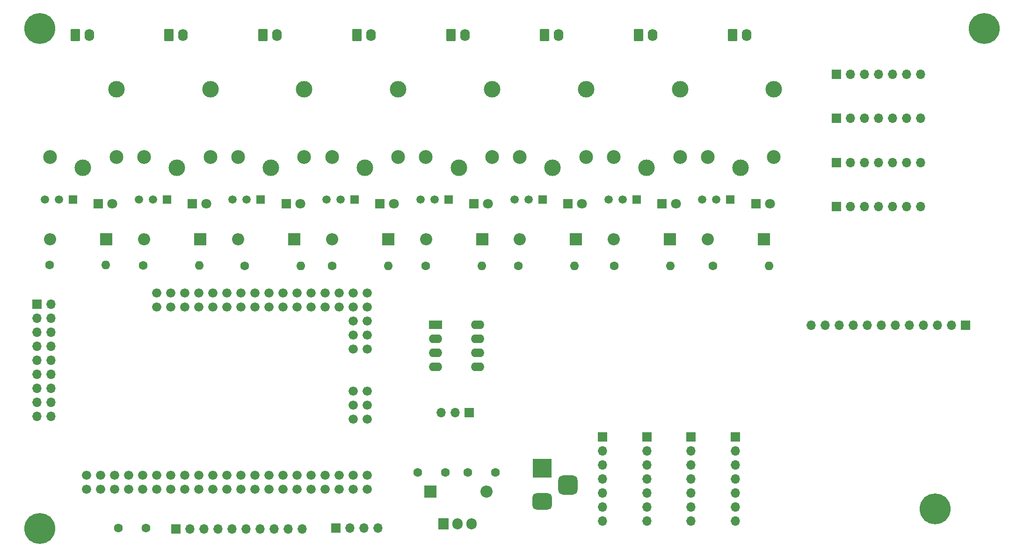
<source format=gbr>
%TF.GenerationSoftware,KiCad,Pcbnew,7.0.2*%
%TF.CreationDate,2023-11-03T08:34:37+00:00*%
%TF.ProjectId,quizbuzzer,7175697a-6275-47a7-9a65-722e6b696361,V0.1.2*%
%TF.SameCoordinates,Original*%
%TF.FileFunction,Soldermask,Bot*%
%TF.FilePolarity,Negative*%
%FSLAX46Y46*%
G04 Gerber Fmt 4.6, Leading zero omitted, Abs format (unit mm)*
G04 Created by KiCad (PCBNEW 7.0.2) date 2023-11-03 08:34:37*
%MOMM*%
%LPD*%
G01*
G04 APERTURE LIST*
G04 Aperture macros list*
%AMRoundRect*
0 Rectangle with rounded corners*
0 $1 Rounding radius*
0 $2 $3 $4 $5 $6 $7 $8 $9 X,Y pos of 4 corners*
0 Add a 4 corners polygon primitive as box body*
4,1,4,$2,$3,$4,$5,$6,$7,$8,$9,$2,$3,0*
0 Add four circle primitives for the rounded corners*
1,1,$1+$1,$2,$3*
1,1,$1+$1,$4,$5*
1,1,$1+$1,$6,$7*
1,1,$1+$1,$8,$9*
0 Add four rect primitives between the rounded corners*
20,1,$1+$1,$2,$3,$4,$5,0*
20,1,$1+$1,$4,$5,$6,$7,0*
20,1,$1+$1,$6,$7,$8,$9,0*
20,1,$1+$1,$8,$9,$2,$3,0*%
G04 Aperture macros list end*
%ADD10R,1.700000X1.700000*%
%ADD11O,1.700000X1.700000*%
%ADD12C,1.600000*%
%ADD13R,2.200000X2.200000*%
%ADD14O,2.200000X2.200000*%
%ADD15R,1.800000X1.800000*%
%ADD16C,1.800000*%
%ADD17R,3.500000X3.500000*%
%ADD18RoundRect,0.750000X1.000000X-0.750000X1.000000X0.750000X-1.000000X0.750000X-1.000000X-0.750000X0*%
%ADD19RoundRect,0.875000X0.875000X-0.875000X0.875000X0.875000X-0.875000X0.875000X-0.875000X-0.875000X0*%
%ADD20RoundRect,0.249999X-0.620001X-0.845001X0.620001X-0.845001X0.620001X0.845001X-0.620001X0.845001X0*%
%ADD21O,1.740000X2.190000*%
%ADD22C,3.000000*%
%ADD23C,2.500000*%
%ADD24R,1.500000X1.500000*%
%ADD25C,1.500000*%
%ADD26O,1.600000X1.600000*%
%ADD27R,1.905000X2.000000*%
%ADD28O,1.905000X2.000000*%
%ADD29C,1.676400*%
%ADD30C,5.600000*%
%ADD31R,2.400000X1.600000*%
%ADD32O,2.400000X1.600000*%
G04 APERTURE END LIST*
D10*
%TO.C,J25*%
X26087000Y-66814000D03*
D11*
X28627000Y-66814000D03*
X26087000Y-69354000D03*
X28627000Y-69354000D03*
X26087000Y-71894000D03*
X28627000Y-71894000D03*
X26087000Y-74434000D03*
X28627000Y-74434000D03*
X26087000Y-76974000D03*
X28627000Y-76974000D03*
X26087000Y-79514000D03*
X28627000Y-79514000D03*
X26087000Y-82054000D03*
X28627000Y-82054000D03*
X26087000Y-84594000D03*
X28627000Y-84594000D03*
X26087000Y-87134000D03*
X28627000Y-87134000D03*
%TD*%
D12*
%TO.C,C2*%
X95013000Y-97292000D03*
X100013000Y-97292000D03*
%TD*%
%TO.C,C3*%
X109113000Y-97292000D03*
X104113000Y-97292000D03*
%TD*%
D13*
%TO.C,D1*%
X97363000Y-100812000D03*
D14*
X107523000Y-100812000D03*
%TD*%
D13*
%TO.C,D2*%
X38691000Y-55050000D03*
D14*
X28531000Y-55050000D03*
%TD*%
D13*
%TO.C,D4*%
X72691000Y-55050000D03*
D14*
X62531000Y-55050000D03*
%TD*%
D13*
%TO.C,D5*%
X89691000Y-55050000D03*
D14*
X79531000Y-55050000D03*
%TD*%
D15*
%TO.C,D6*%
X37211000Y-48640000D03*
D16*
X39751000Y-48640000D03*
%TD*%
D15*
%TO.C,D7*%
X54211000Y-48640000D03*
D16*
X56751000Y-48640000D03*
%TD*%
D15*
%TO.C,D8*%
X71211000Y-48640000D03*
D16*
X73751000Y-48640000D03*
%TD*%
D15*
%TO.C,D9*%
X88211000Y-48640000D03*
D16*
X90751000Y-48640000D03*
%TD*%
D13*
%TO.C,D10*%
X106691000Y-55050000D03*
D14*
X96531000Y-55050000D03*
%TD*%
D13*
%TO.C,D11*%
X123691000Y-55050000D03*
D14*
X113531000Y-55050000D03*
%TD*%
D13*
%TO.C,D12*%
X140691000Y-55050000D03*
D14*
X130531000Y-55050000D03*
%TD*%
D13*
%TO.C,D13*%
X157691000Y-55050000D03*
D14*
X147531000Y-55050000D03*
%TD*%
D15*
%TO.C,D14*%
X105211000Y-48640000D03*
D16*
X107751000Y-48640000D03*
%TD*%
D15*
%TO.C,D15*%
X122211000Y-48640000D03*
D16*
X124751000Y-48640000D03*
%TD*%
D15*
%TO.C,D16*%
X139211000Y-48640000D03*
D16*
X141751000Y-48640000D03*
%TD*%
D15*
%TO.C,D17*%
X156211000Y-48640000D03*
D16*
X158751000Y-48640000D03*
%TD*%
D10*
%TO.C,J1*%
X51275000Y-107574000D03*
D11*
X53815000Y-107574000D03*
X56355000Y-107574000D03*
X58895000Y-107574000D03*
X61435000Y-107574000D03*
X63975000Y-107574000D03*
X66515000Y-107574000D03*
X69055000Y-107574000D03*
X71595000Y-107574000D03*
X74135000Y-107574000D03*
%TD*%
D10*
%TO.C,J3*%
X80183000Y-107377000D03*
D11*
X82723000Y-107377000D03*
X85263000Y-107377000D03*
X87803000Y-107377000D03*
%TD*%
D17*
%TO.C,J4*%
X117543000Y-96572000D03*
D18*
X117543000Y-102572000D03*
D19*
X122243000Y-99572000D03*
%TD*%
D20*
%TO.C,J15*%
X33021000Y-18080000D03*
D21*
X35561000Y-18080000D03*
%TD*%
D20*
%TO.C,J16*%
X50021000Y-18080000D03*
D21*
X52561000Y-18080000D03*
%TD*%
D20*
%TO.C,J18*%
X84021000Y-18080000D03*
D21*
X86561000Y-18080000D03*
%TD*%
D20*
%TO.C,J19*%
X101021000Y-18080000D03*
D21*
X103561000Y-18080000D03*
%TD*%
D20*
%TO.C,J20*%
X118021000Y-18080000D03*
D21*
X120561000Y-18080000D03*
%TD*%
D20*
%TO.C,J21*%
X135021000Y-18080000D03*
D21*
X137561000Y-18080000D03*
%TD*%
D20*
%TO.C,J22*%
X152021000Y-18080000D03*
D21*
X154561000Y-18080000D03*
%TD*%
D22*
%TO.C,K1*%
X34451000Y-42080000D03*
D23*
X40501000Y-40130000D03*
D22*
X40501000Y-27930000D03*
D23*
X28501000Y-40130000D03*
%TD*%
D22*
%TO.C,K2*%
X51451000Y-42080000D03*
D23*
X57501000Y-40130000D03*
D22*
X57501000Y-27930000D03*
D23*
X45501000Y-40130000D03*
%TD*%
D22*
%TO.C,K3*%
X68451000Y-42080000D03*
D23*
X74501000Y-40130000D03*
D22*
X74501000Y-27930000D03*
D23*
X62501000Y-40130000D03*
%TD*%
D22*
%TO.C,K4*%
X85451000Y-42080000D03*
D23*
X91501000Y-40130000D03*
D22*
X91501000Y-27930000D03*
D23*
X79501000Y-40130000D03*
%TD*%
D22*
%TO.C,K5*%
X102451000Y-42080000D03*
D23*
X108501000Y-40130000D03*
D22*
X108501000Y-27930000D03*
D23*
X96501000Y-40130000D03*
%TD*%
D22*
%TO.C,K6*%
X119451000Y-42080000D03*
D23*
X125501000Y-40130000D03*
D22*
X125501000Y-27930000D03*
D23*
X113501000Y-40130000D03*
%TD*%
D22*
%TO.C,K7*%
X136451000Y-42080000D03*
D23*
X142501000Y-40130000D03*
D22*
X142501000Y-27930000D03*
D23*
X130501000Y-40130000D03*
%TD*%
D22*
%TO.C,K8*%
X153451000Y-42080000D03*
D23*
X159501000Y-40130000D03*
D22*
X159501000Y-27930000D03*
D23*
X147501000Y-40130000D03*
%TD*%
D24*
%TO.C,Q1*%
X32621000Y-47840000D03*
D25*
X30081000Y-47840000D03*
X27541000Y-47840000D03*
%TD*%
D24*
%TO.C,Q2*%
X49621000Y-47840000D03*
D25*
X47081000Y-47840000D03*
X44541000Y-47840000D03*
%TD*%
D24*
%TO.C,Q3*%
X66621000Y-47840000D03*
D25*
X64081000Y-47840000D03*
X61541000Y-47840000D03*
%TD*%
D24*
%TO.C,Q4*%
X83621000Y-47840000D03*
D25*
X81081000Y-47840000D03*
X78541000Y-47840000D03*
%TD*%
D24*
%TO.C,Q5*%
X100621000Y-47840000D03*
D25*
X98081000Y-47840000D03*
X95541000Y-47840000D03*
%TD*%
D24*
%TO.C,Q6*%
X117621000Y-47840000D03*
D25*
X115081000Y-47840000D03*
X112541000Y-47840000D03*
%TD*%
D24*
%TO.C,Q7*%
X134621000Y-47840000D03*
D25*
X132081000Y-47840000D03*
X129541000Y-47840000D03*
%TD*%
D24*
%TO.C,Q8*%
X151621000Y-47840000D03*
D25*
X149081000Y-47840000D03*
X146541000Y-47840000D03*
%TD*%
D12*
%TO.C,R9*%
X28391000Y-59760000D03*
D26*
X38551000Y-59760000D03*
%TD*%
D12*
%TO.C,R10*%
X45311000Y-59770000D03*
D26*
X55471000Y-59770000D03*
%TD*%
D12*
%TO.C,R11*%
X63711000Y-59900000D03*
D26*
X73871000Y-59900000D03*
%TD*%
D12*
%TO.C,R12*%
X79581000Y-59900000D03*
D26*
X89741000Y-59900000D03*
%TD*%
D12*
%TO.C,R13*%
X96481000Y-59900000D03*
D26*
X106641000Y-59900000D03*
%TD*%
D12*
%TO.C,R14*%
X113261000Y-59900000D03*
D26*
X123421000Y-59900000D03*
%TD*%
D12*
%TO.C,R15*%
X130561000Y-59900000D03*
D26*
X140721000Y-59900000D03*
%TD*%
D12*
%TO.C,R16*%
X148491000Y-59900000D03*
D26*
X158651000Y-59900000D03*
%TD*%
D27*
%TO.C,U1*%
X99703000Y-106602000D03*
D28*
X102243000Y-106602000D03*
X104783000Y-106602000D03*
%TD*%
D29*
%TO.C,XA1*%
X42724000Y-97785000D03*
X42724000Y-100325000D03*
X40184000Y-97785000D03*
X40184000Y-100325000D03*
X85904000Y-82545000D03*
X47804000Y-64765000D03*
X47804000Y-67305000D03*
X50344000Y-64765000D03*
X50344000Y-67305000D03*
X52884000Y-64765000D03*
X52884000Y-67305000D03*
X55424000Y-64765000D03*
X55424000Y-67305000D03*
X57964000Y-64765000D03*
X57964000Y-67305000D03*
X60504000Y-64765000D03*
X60504000Y-67305000D03*
X63044000Y-64765000D03*
X63044000Y-67305000D03*
X65584000Y-64765000D03*
X65584000Y-67305000D03*
X45264000Y-97785000D03*
X47804000Y-97785000D03*
X47804000Y-100325000D03*
X50344000Y-97785000D03*
X50344000Y-100325000D03*
X52884000Y-97785000D03*
X52884000Y-100325000D03*
X55424000Y-97785000D03*
X55424000Y-100325000D03*
X57964000Y-97785000D03*
X57964000Y-100325000D03*
X60504000Y-97785000D03*
X60504000Y-100325000D03*
X63044000Y-97785000D03*
X63044000Y-100325000D03*
X65584000Y-97785000D03*
X65584000Y-100325000D03*
X68124000Y-97785000D03*
X68124000Y-100325000D03*
X70664000Y-97785000D03*
X70664000Y-100325000D03*
X73204000Y-97785000D03*
X73204000Y-100325000D03*
X75744000Y-97785000D03*
X75744000Y-100325000D03*
X78284000Y-97785000D03*
X78284000Y-100325000D03*
X80824000Y-97785000D03*
X80824000Y-100325000D03*
X83364000Y-97785000D03*
X83364000Y-100325000D03*
X85904000Y-97785000D03*
X85904000Y-100325000D03*
X68124000Y-64765000D03*
X68124000Y-67305000D03*
X70664000Y-64765000D03*
X70664000Y-67305000D03*
X73204000Y-64765000D03*
X73204000Y-67305000D03*
X75744000Y-64765000D03*
X75744000Y-67305000D03*
X78284000Y-64765000D03*
X78284000Y-67305000D03*
X80824000Y-64765000D03*
X80824000Y-67305000D03*
X83364000Y-64765000D03*
X83364000Y-67305000D03*
X85904000Y-64765000D03*
X85904000Y-67305000D03*
X85904000Y-69845000D03*
X83364000Y-69845000D03*
X85904000Y-72385000D03*
X83364000Y-72385000D03*
X85904000Y-74925000D03*
X83364000Y-74925000D03*
X37644000Y-97785000D03*
X37644000Y-100325000D03*
X85904000Y-87625000D03*
X83364000Y-82545000D03*
X85904000Y-85085000D03*
X45264000Y-100325000D03*
X83364000Y-87625000D03*
X83364000Y-85085000D03*
X35104000Y-97785000D03*
X35104000Y-100325000D03*
%TD*%
D12*
%TO.C,C1*%
X40864000Y-107358000D03*
X45864000Y-107358000D03*
%TD*%
D10*
%TO.C,J2*%
X194157000Y-70658000D03*
D11*
X191617000Y-70658000D03*
X189077000Y-70658000D03*
X186537000Y-70658000D03*
X183997000Y-70658000D03*
X181457000Y-70658000D03*
X178917000Y-70658000D03*
X176377000Y-70658000D03*
X173837000Y-70658000D03*
X171297000Y-70658000D03*
X168757000Y-70658000D03*
X166217000Y-70658000D03*
%TD*%
D30*
%TO.C,H1*%
X26643000Y-107440000D03*
%TD*%
%TO.C,H2*%
X188648000Y-103941000D03*
%TD*%
%TO.C,H3*%
X26643000Y-16910000D03*
%TD*%
%TO.C,H4*%
X197545000Y-16910000D03*
%TD*%
D13*
%TO.C,D3*%
X55691000Y-55050000D03*
D14*
X45531000Y-55050000D03*
%TD*%
D20*
%TO.C,J17*%
X67021000Y-18080000D03*
D21*
X69561000Y-18080000D03*
%TD*%
D10*
%TO.C,J6*%
X136506000Y-90847000D03*
D11*
X136506000Y-93387000D03*
X136506000Y-95927000D03*
X136506000Y-98467000D03*
X136506000Y-101007000D03*
X136506000Y-103547000D03*
X136506000Y-106087000D03*
%TD*%
D10*
%TO.C,J11*%
X170851000Y-41168000D03*
D11*
X173391000Y-41168000D03*
X175931000Y-41168000D03*
X178471000Y-41168000D03*
X181011000Y-41168000D03*
X183551000Y-41168000D03*
X186091000Y-41168000D03*
%TD*%
D10*
%TO.C,J12*%
X170851000Y-33168000D03*
D11*
X173391000Y-33168000D03*
X175931000Y-33168000D03*
X178471000Y-33168000D03*
X181011000Y-33168000D03*
X183551000Y-33168000D03*
X186091000Y-33168000D03*
%TD*%
D10*
%TO.C,J10*%
X170851000Y-49168000D03*
D11*
X173391000Y-49168000D03*
X175931000Y-49168000D03*
X178471000Y-49168000D03*
X181011000Y-49168000D03*
X183551000Y-49168000D03*
X186091000Y-49168000D03*
%TD*%
D10*
%TO.C,J5*%
X128506000Y-90847000D03*
D11*
X128506000Y-93387000D03*
X128506000Y-95927000D03*
X128506000Y-98467000D03*
X128506000Y-101007000D03*
X128506000Y-103547000D03*
X128506000Y-106087000D03*
%TD*%
D10*
%TO.C,J13*%
X170851000Y-25168000D03*
D11*
X173391000Y-25168000D03*
X175931000Y-25168000D03*
X178471000Y-25168000D03*
X181011000Y-25168000D03*
X183551000Y-25168000D03*
X186091000Y-25168000D03*
%TD*%
D10*
%TO.C,J8*%
X152506000Y-90847000D03*
D11*
X152506000Y-93387000D03*
X152506000Y-95927000D03*
X152506000Y-98467000D03*
X152506000Y-101007000D03*
X152506000Y-103547000D03*
X152506000Y-106087000D03*
%TD*%
D10*
%TO.C,J7*%
X144506000Y-90847000D03*
D11*
X144506000Y-93387000D03*
X144506000Y-95927000D03*
X144506000Y-98467000D03*
X144506000Y-101007000D03*
X144506000Y-103547000D03*
X144506000Y-106087000D03*
%TD*%
D10*
%TO.C,J26*%
X104372000Y-86448000D03*
D11*
X101832000Y-86448000D03*
X99292000Y-86448000D03*
%TD*%
D31*
%TO.C,U2*%
X98237000Y-70588000D03*
D32*
X98237000Y-73128000D03*
X98237000Y-75668000D03*
X98237000Y-78208000D03*
X105857000Y-78208000D03*
X105857000Y-75668000D03*
X105857000Y-73128000D03*
X105857000Y-70588000D03*
%TD*%
M02*

</source>
